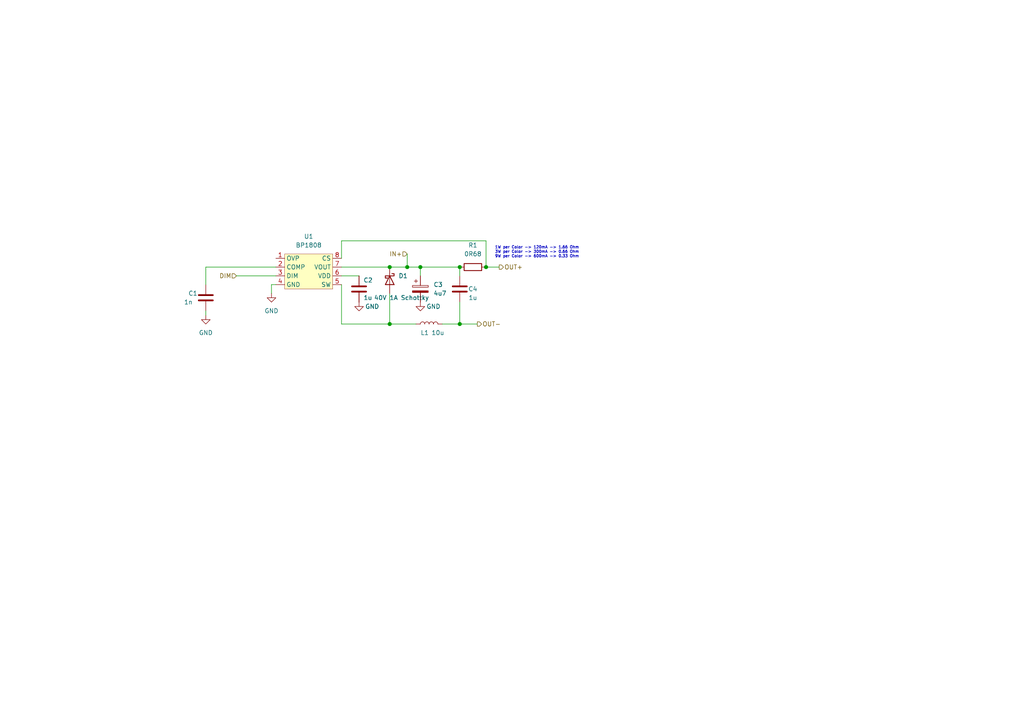
<source format=kicad_sch>
(kicad_sch (version 20230121) (generator eeschema)
  (paper "A4")
  (lib_symbols
    (symbol "Device:C" (pin_numbers hide) (pin_names (offset 0.254))
      (property "Reference" "C" (at 0.635 2.54 0))
      (property "Value" "C" (at 0.635 -2.54 0))
      (symbol "C_0_1"
        (polyline (pts (xy -2.032 -0.762) (xy 2.032 -0.762)) (stroke (width 0.508)))
        (polyline (pts (xy -2.032 0.762) (xy 2.032 0.762)) (stroke (width 0.508)))
      )
      (symbol "C_1_1"
        (pin passive line (at 0 3.81 270) (length 2.794) (name "~") (number "1"))
        (pin passive line (at 0 -3.81 90) (length 2.794) (name "~") (number "2"))
      )
    )
    (symbol "Device:C_Polarized" (pin_numbers hide) (pin_names (offset 0.254))
      (property "Reference" "C" (at 0.635 2.54 0))
      (property "Value" "C_Polarized" (at 0.635 -2.54 0))
      (symbol "C_Polarized_0_1"
        (rectangle (start -2.286 0.508) (end 2.286 1.016))
        (polyline (pts (xy -1.778 2.286) (xy -0.762 2.286)))
        (polyline (pts (xy -1.27 2.794) (xy -1.27 1.778)))
        (rectangle (start 2.286 -0.508) (end -2.286 -1.016) (fill (type outline)))
      )
      (symbol "C_Polarized_1_1"
        (pin passive line (at 0 3.81 270) (length 2.794) (name "~") (number "1"))
        (pin passive line (at 0 -3.81 90) (length 2.794) (name "~") (number "2"))
      )
    )
    (symbol "Device:D_Schottky" (pin_numbers hide) (pin_names (offset 1.016) hide)
      (property "Reference" "D" (at 0 2.54 0))
      (property "Value" "D_Schottky" (at 0 -2.54 0))
      (symbol "D_Schottky_0_1"
        (polyline (pts (xy 1.27 0) (xy -1.27 0)))
        (polyline (pts (xy 1.27 1.27) (xy 1.27 -1.27) (xy -1.27 0) (xy 1.27 1.27)) (stroke (width 0.254)))
        (polyline (pts (xy -1.905 0.635) (xy -1.905 1.27) (xy -1.27 1.27) (xy -1.27 -1.27) (xy -0.635 -1.27) (xy -0.635 -0.635)) (stroke (width 0.254)))
      )
      (symbol "D_Schottky_1_1"
        (pin passive line (at -3.81 0 0) (length 2.54) (name "K") (number "1"))
        (pin passive line (at 3.81 0 180) (length 2.54) (name "A") (number "2"))
      )
    )
    (symbol "Device:L" (pin_numbers hide) (pin_names (offset 1.016) hide)
      (property "Reference" "L" (at -1.27 0 90))
      (property "Value" "L" (at 1.905 0 90))
      (symbol "L_0_1"
        (arc (start 0 -2.54) (mid 0.6323 -1.905) (end 0 -1.27))
        (arc (start 0 -1.27) (mid 0.6323 -0.635) (end 0 0))
        (arc (start 0 0) (mid 0.6323 0.635) (end 0 1.27))
        (arc (start 0 1.27) (mid 0.6323 1.905) (end 0 2.54))
      )
      (symbol "L_1_1"
        (pin passive line (at 0 3.81 270) (length 1.27) (name "1") (number "1"))
        (pin passive line (at 0 -3.81 90) (length 1.27) (name "2") (number "2"))
      )
    )
    (symbol "Device:R" (pin_numbers hide) (pin_names (offset 0))
      (property "Reference" "R" (at 2.032 0 90))
      (property "Value" "R" (at 0 0 90))
      (symbol "R_0_1"
        (rectangle (start -1.016 -2.54) (end 1.016 2.54) (stroke (width 0.254)))
      )
      (symbol "R_1_1"
        (pin passive line (at 0 3.81 270) (length 1.27) (name "~") (number "1"))
        (pin passive line (at 0 -3.81 90) (length 1.27) (name "~") (number "2"))
      )
    )
    (symbol "LeoDJ:BP1808"
      (property "Reference" "U" (at -7.62 -6.35 0))
      (property "Value" "BP1808" (at -7.62 6.35 0))
      (symbol "BP1808_0_0"
        (pin input line (at -10.16 3.81 0) (length 2.54) (name "OVP") (number "1"))
        (pin input line (at -10.16 1.27 0) (length 2.54) (name "COMP") (number "2"))
        (pin input line (at -10.16 -1.27 0) (length 2.54) (name "DIM") (number "3"))
        (pin power_in line (at -10.16 -3.81 0) (length 2.54) (name "GND") (number "4"))
        (pin power_out line (at 8.89 -3.81 180) (length 2.54) (name "SW") (number "5"))
        (pin power_in line (at 8.89 -1.27 180) (length 2.54) (name "VDD") (number "6"))
        (pin power_out line (at 8.89 1.27 180) (length 2.54) (name "VOUT") (number "7"))
        (pin input line (at 8.89 3.81 180) (length 2.54) (name "CS") (number "8"))
      )
      (symbol "BP1808_0_1"
        (rectangle (start -7.62 5.08) (end 6.35 -5.08) (stroke (width 0.001)) (fill (type background)))
      )
    )
    (symbol "power:GND" (power) (pin_names (offset 0))
      (property "Value" "GND" (at 0 -3.81 0))
      (symbol "GND_0_1"
        (polyline (pts (xy 0 0) (xy 0 -1.27) (xy 1.27 -1.27) (xy 0 -2.54) (xy -1.27 -1.27) (xy 0 -1.27)))
      )
      (symbol "GND_1_1"
        (pin power_in line (at 0 0 270) (length 0) hide (name "GND") (number "1"))
      )
    )
  )
  (junction (at 133.35 93.98) (diameter 1.016))
  (junction (at 140.97 77.47) (diameter 1.016))
  (junction (at 121.92 77.47) (diameter 1.016))
  (junction (at 133.35 77.47) (diameter 1.016))
  (junction (at 113.03 77.47) (diameter 1.016))
  (junction (at 113.03 93.98) (diameter 1.016))
  (junction (at 118.11 77.47) (diameter 1.016))
  (wire (pts (xy 121.92 77.47) (xy 133.35 77.47)))
  (wire (pts (xy 59.69 77.47) (xy 80.01 77.47)))
  (wire (pts (xy 99.06 80.01) (xy 104.14 80.01)))
  (wire (pts (xy 113.03 85.09) (xy 113.03 93.98)))
  (wire (pts (xy 133.35 77.47) (xy 133.35 80.01)))
  (wire (pts (xy 140.97 77.47) (xy 144.78 77.47)))
  (wire (pts (xy 121.92 77.47) (xy 118.11 77.47)))
  (wire (pts (xy 80.01 82.55) (xy 78.74 82.55)))
  (wire (pts (xy 140.97 69.85) (xy 140.97 77.47)))
  (wire (pts (xy 78.74 82.55) (xy 78.74 85.09)))
  (wire (pts (xy 99.06 69.85) (xy 140.97 69.85)))
  (wire (pts (xy 118.11 73.66) (xy 118.11 77.47)))
  (wire (pts (xy 99.06 74.93) (xy 99.06 69.85)))
  (wire (pts (xy 133.35 93.98) (xy 138.43 93.98)))
  (wire (pts (xy 59.69 90.17) (xy 59.69 91.44)))
  (wire (pts (xy 113.03 77.47) (xy 118.11 77.47)))
  (wire (pts (xy 113.03 93.98) (xy 120.65 93.98)))
  (wire (pts (xy 99.06 77.47) (xy 113.03 77.47)))
  (wire (pts (xy 99.06 93.98) (xy 99.06 82.55)))
  (wire (pts (xy 59.69 77.47) (xy 59.69 82.55)))
  (wire (pts (xy 99.06 93.98) (xy 113.03 93.98)))
  (wire (pts (xy 121.92 77.47) (xy 121.92 80.01)))
  (wire (pts (xy 128.27 93.98) (xy 133.35 93.98)))
  (wire (pts (xy 68.58 80.01) (xy 80.01 80.01)))
  (wire (pts (xy 133.35 87.63) (xy 133.35 93.98)))
  (text "1W per Color -> 120mA -> 1.66 Ohm\n3W per Color -> 300mA -> 0.66 Ohm\n9W per Color -> 600mA -> 0.33 Ohm" (at 143.51 74.93 0) (effects (font (size 0.8 0.8)) (justify left bottom)))
  (hierarchical_label "OUT+" (shape output) (at 144.78 77.47 0))
  (hierarchical_label "OUT-" (shape output) (at 138.43 93.98 0))
  (hierarchical_label "IN+" (shape input) (at 118.11 73.66 180))
  (hierarchical_label "DIM" (shape input) (at 68.58 80.01 180))
  (symbol (lib_id "Device:C") (at 133.35 83.82 180) (unit 1)
    (property "Reference" "C4" (at 137.16 83.82 0))
    (property "Value" "1u" (at 137.16 86.36 0))
    (property "Footprint" "Capacitor_SMD:C_0603_1608Metric" (effects hide))
    (instances (project "CCController" (path "" (reference "C4") (unit 1)) (path "" (reference "C8") (unit 1)) (path "" (reference "C12") (unit 1))))
  )
  (symbol (lib_id "Device:C_Polarized") (at 121.92 83.82 0) (unit 1)
    (property "Reference" "C3" (at 125.73 82.5499 0) (effects (justify left)))
    (property "Value" "4u7" (at 125.73 85.0899 0) (effects (justify left)))
    (property "Footprint" "Capacitor_SMD:C_0603_1608Metric" (effects hide))
    (instances (project "CCController" (path "" (reference "C3") (unit 1)) (path "" (reference "C7") (unit 1)) (path "" (reference "C11") (unit 1))))
  )
  (symbol (lib_id "Device:C") (at 104.14 83.82 0) (unit 1)
    (property "Reference" "C2" (at 105.41 81.2799 0) (effects (justify left)))
    (property "Value" "1u" (at 105.41 86.3599 0) (effects (justify left)))
    (property "Footprint" "Capacitor_SMD:C_0603_1608Metric" (effects hide))
    (instances (project "CCController" (path "" (reference "C2") (unit 1)) (path "" (reference "C6") (unit 1)) (path "" (reference "C10") (unit 1))))
  )
  (symbol (lib_id "Device:R") (at 137.16 77.47 90) (unit 1)
    (property "Reference" "R1" (at 137.16 71.12 90))
    (property "Value" "0R68" (at 137.16 73.66 90))
    (property "Footprint" "Resistor_SMD:R_1206_3216Metric" (effects hide))
    (instances (project "CCController" (path "" (reference "R1") (unit 1)) (path "" (reference "R2") (unit 1)) (path "" (reference "R3") (unit 1))))
  )
  (symbol (lib_id "Device:D_Schottky") (at 113.03 81.28 270) (unit 1)
    (property "Reference" "D1" (at 115.57 80.0099 90) (effects (justify left)))
    (property "Value" "40V 1A Schottky" (at 108.458 86.3599 90) (effects (justify left)))
    (property "Footprint" "Diode_SMD:D_SOD-123" (effects hide))
    (property "LCSC" "C8598" (effects hide))
    (instances (project "CCController" (path "" (reference "D1") (unit 1)) (path "" (reference "D2") (unit 1)) (path "" (reference "D3") (unit 1))))
  )
  (symbol (lib_id "Device:L") (at 124.46 93.98 90) (unit 1)
    (property "Reference" "L1" (at 123.19 96.52 90))
    (property "Value" "10u" (at 127 96.52 90))
    (property "Footprint" "Inductor_SMD:L_Chilisin_BMRA00050520" (effects hide))
    (instances (project "CCController" (path "" (reference "L1") (unit 1)) (path "" (reference "L2") (unit 1)) (path "" (reference "L3") (unit 1))))
  )
  (symbol (lib_id "power:GND") (at 78.74 85.09 0) (unit 1)
    (property "Reference" "#PWR03" (effects hide))
    (property "Value" "GND" (at 78.74 90.17 0))
    (instances (project "CCController" (path "" (reference "#PWR03") (unit 1)) (path "" (reference "#PWR08") (unit 1)) (path "" (reference "#PWR013") (unit 1))))
  )
  (symbol (lib_id "power:GND") (at 121.92 87.63 0) (unit 1)
    (property "Reference" "#PWR05" (effects hide))
    (property "Value" "GND" (at 125.73 88.9 0))
    (instances (project "CCController" (path "" (reference "#PWR05") (unit 1)) (path "" (reference "#PWR010") (unit 1)) (path "" (reference "#PWR015") (unit 1))))
  )
  (symbol (lib_id "Device:C") (at 59.69 86.36 0) (unit 1)
    (property "Reference" "C1" (at 54.61 85.0899 0) (effects (justify left)))
    (property "Value" "1n" (at 53.34 87.6299 0) (effects (justify left)))
    (property "Footprint" "Capacitor_SMD:C_0603_1608Metric" (effects hide))
    (instances (project "CCController" (path "" (reference "C1") (unit 1)) (path "" (reference "C5") (unit 1)) (path "" (reference "C9") (unit 1))))
  )
  (symbol (lib_id "power:GND") (at 59.69 91.44 0) (unit 1)
    (property "Reference" "#PWR02" (effects hide))
    (property "Value" "GND" (at 59.69 96.52 0))
    (instances (project "CCController" (path "" (reference "#PWR02") (unit 1)) (path "" (reference "#PWR07") (unit 1)) (path "" (reference "#PWR012") (unit 1))))
  )
  (symbol (lib_id "power:GND") (at 104.14 87.63 0) (unit 1)
    (property "Reference" "#PWR04" (effects hide))
    (property "Value" "GND" (at 107.95 88.9 0))
    (instances (project "CCController" (path "" (reference "#PWR04") (unit 1)) (path "" (reference "#PWR09") (unit 1)) (path "" (reference "#PWR014") (unit 1))))
  )
  (symbol (lib_id "LeoDJ:BP1808") (at 90.17 78.74 0) (unit 1)
    (property "Reference" "U1" (at 89.535 68.58 0))
    (property "Value" "BP1808" (at 89.535 71.12 0))
    (property "Footprint" "Package_SO:SOIC-8-1EP_3.9x4.9mm_P1.27mm_EP2.41x3.3mm" (effects hide))
    (property "Datasheet" "https://doc.platan.ru/pdf/datasheets/BPS/BP1808.pdf" (effects hide))
    (property "LCSC" "C85659" (effects hide))
    (instances (project "CCController" (path "" (reference "U1") (unit 1)) (path "" (reference "U2") (unit 1)) (path "" (reference "U3") (unit 1))))
  )
)
</source>
